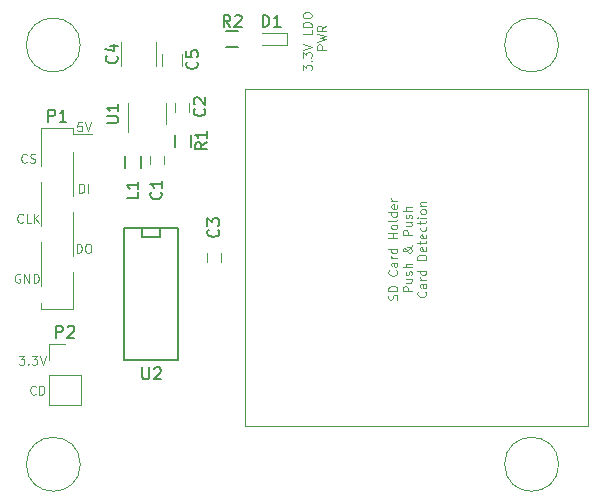
<source format=gto>
G04 #@! TF.FileFunction,Legend,Top*
%FSLAX46Y46*%
G04 Gerber Fmt 4.6, Leading zero omitted, Abs format (unit mm)*
G04 Created by KiCad (PCBNEW 4.0.5) date 04/10/17 16:46:25*
%MOMM*%
%LPD*%
G01*
G04 APERTURE LIST*
%ADD10C,0.100000*%
%ADD11C,0.120000*%
%ADD12C,0.080000*%
%ADD13C,0.150000*%
G04 APERTURE END LIST*
D10*
X110840857Y-107053786D02*
X111305143Y-107053786D01*
X111055143Y-107339500D01*
X111162285Y-107339500D01*
X111233714Y-107375214D01*
X111269428Y-107410929D01*
X111305143Y-107482357D01*
X111305143Y-107660929D01*
X111269428Y-107732357D01*
X111233714Y-107768071D01*
X111162285Y-107803786D01*
X110948000Y-107803786D01*
X110876571Y-107768071D01*
X110840857Y-107732357D01*
X111626571Y-107732357D02*
X111662286Y-107768071D01*
X111626571Y-107803786D01*
X111590857Y-107768071D01*
X111626571Y-107732357D01*
X111626571Y-107803786D01*
X111912286Y-107053786D02*
X112376572Y-107053786D01*
X112126572Y-107339500D01*
X112233714Y-107339500D01*
X112305143Y-107375214D01*
X112340857Y-107410929D01*
X112376572Y-107482357D01*
X112376572Y-107660929D01*
X112340857Y-107732357D01*
X112305143Y-107768071D01*
X112233714Y-107803786D01*
X112019429Y-107803786D01*
X111948000Y-107768071D01*
X111912286Y-107732357D01*
X112590858Y-107053786D02*
X112840858Y-107803786D01*
X113090858Y-107053786D01*
X112249643Y-110272357D02*
X112213929Y-110308071D01*
X112106786Y-110343786D01*
X112035357Y-110343786D01*
X111928214Y-110308071D01*
X111856786Y-110236643D01*
X111821071Y-110165214D01*
X111785357Y-110022357D01*
X111785357Y-109915214D01*
X111821071Y-109772357D01*
X111856786Y-109700929D01*
X111928214Y-109629500D01*
X112035357Y-109593786D01*
X112106786Y-109593786D01*
X112213929Y-109629500D01*
X112249643Y-109665214D01*
X112571071Y-110343786D02*
X112571071Y-109593786D01*
X112749643Y-109593786D01*
X112856786Y-109629500D01*
X112928214Y-109700929D01*
X112963929Y-109772357D01*
X112999643Y-109915214D01*
X112999643Y-110022357D01*
X112963929Y-110165214D01*
X112928214Y-110236643D01*
X112856786Y-110308071D01*
X112749643Y-110343786D01*
X112571071Y-110343786D01*
X110932072Y-100168000D02*
X110860643Y-100132286D01*
X110753500Y-100132286D01*
X110646357Y-100168000D01*
X110574929Y-100239429D01*
X110539214Y-100310857D01*
X110503500Y-100453714D01*
X110503500Y-100560857D01*
X110539214Y-100703714D01*
X110574929Y-100775143D01*
X110646357Y-100846571D01*
X110753500Y-100882286D01*
X110824929Y-100882286D01*
X110932072Y-100846571D01*
X110967786Y-100810857D01*
X110967786Y-100560857D01*
X110824929Y-100560857D01*
X111289214Y-100882286D02*
X111289214Y-100132286D01*
X111717786Y-100882286D01*
X111717786Y-100132286D01*
X112074928Y-100882286D02*
X112074928Y-100132286D01*
X112253500Y-100132286D01*
X112360643Y-100168000D01*
X112432071Y-100239429D01*
X112467786Y-100310857D01*
X112503500Y-100453714D01*
X112503500Y-100560857D01*
X112467786Y-100703714D01*
X112432071Y-100775143D01*
X112360643Y-100846571D01*
X112253500Y-100882286D01*
X112074928Y-100882286D01*
X115740214Y-98342286D02*
X115740214Y-97592286D01*
X115918786Y-97592286D01*
X116025929Y-97628000D01*
X116097357Y-97699429D01*
X116133072Y-97770857D01*
X116168786Y-97913714D01*
X116168786Y-98020857D01*
X116133072Y-98163714D01*
X116097357Y-98235143D01*
X116025929Y-98306571D01*
X115918786Y-98342286D01*
X115740214Y-98342286D01*
X116633072Y-97592286D02*
X116775929Y-97592286D01*
X116847357Y-97628000D01*
X116918786Y-97699429D01*
X116954500Y-97842286D01*
X116954500Y-98092286D01*
X116918786Y-98235143D01*
X116847357Y-98306571D01*
X116775929Y-98342286D01*
X116633072Y-98342286D01*
X116561643Y-98306571D01*
X116490214Y-98235143D01*
X116454500Y-98092286D01*
X116454500Y-97842286D01*
X116490214Y-97699429D01*
X116561643Y-97628000D01*
X116633072Y-97592286D01*
X111184072Y-95730857D02*
X111148358Y-95766571D01*
X111041215Y-95802286D01*
X110969786Y-95802286D01*
X110862643Y-95766571D01*
X110791215Y-95695143D01*
X110755500Y-95623714D01*
X110719786Y-95480857D01*
X110719786Y-95373714D01*
X110755500Y-95230857D01*
X110791215Y-95159429D01*
X110862643Y-95088000D01*
X110969786Y-95052286D01*
X111041215Y-95052286D01*
X111148358Y-95088000D01*
X111184072Y-95123714D01*
X111862643Y-95802286D02*
X111505500Y-95802286D01*
X111505500Y-95052286D01*
X112112643Y-95802286D02*
X112112643Y-95052286D01*
X112541215Y-95802286D02*
X112219786Y-95373714D01*
X112541215Y-95052286D02*
X112112643Y-95480857D01*
X115954500Y-93262286D02*
X115954500Y-92512286D01*
X116133072Y-92512286D01*
X116240215Y-92548000D01*
X116311643Y-92619429D01*
X116347358Y-92690857D01*
X116383072Y-92833714D01*
X116383072Y-92940857D01*
X116347358Y-93083714D01*
X116311643Y-93155143D01*
X116240215Y-93226571D01*
X116133072Y-93262286D01*
X115954500Y-93262286D01*
X116704500Y-93262286D02*
X116704500Y-92512286D01*
X111505500Y-90650857D02*
X111469786Y-90686571D01*
X111362643Y-90722286D01*
X111291214Y-90722286D01*
X111184071Y-90686571D01*
X111112643Y-90615143D01*
X111076928Y-90543714D01*
X111041214Y-90400857D01*
X111041214Y-90293714D01*
X111076928Y-90150857D01*
X111112643Y-90079429D01*
X111184071Y-90008000D01*
X111291214Y-89972286D01*
X111362643Y-89972286D01*
X111469786Y-90008000D01*
X111505500Y-90043714D01*
X111791214Y-90686571D02*
X111898357Y-90722286D01*
X112076928Y-90722286D01*
X112148357Y-90686571D01*
X112184071Y-90650857D01*
X112219786Y-90579429D01*
X112219786Y-90508000D01*
X112184071Y-90436571D01*
X112148357Y-90400857D01*
X112076928Y-90365143D01*
X111934071Y-90329429D01*
X111862643Y-90293714D01*
X111826928Y-90258000D01*
X111791214Y-90186571D01*
X111791214Y-90115143D01*
X111826928Y-90043714D01*
X111862643Y-90008000D01*
X111934071Y-89972286D01*
X112112643Y-89972286D01*
X112219786Y-90008000D01*
X116186643Y-87305286D02*
X115829500Y-87305286D01*
X115793786Y-87662429D01*
X115829500Y-87626714D01*
X115900929Y-87591000D01*
X116079500Y-87591000D01*
X116150929Y-87626714D01*
X116186643Y-87662429D01*
X116222358Y-87733857D01*
X116222358Y-87912429D01*
X116186643Y-87983857D01*
X116150929Y-88019571D01*
X116079500Y-88055286D01*
X115900929Y-88055286D01*
X115829500Y-88019571D01*
X115793786Y-87983857D01*
X116436644Y-87305286D02*
X116686644Y-88055286D01*
X116936644Y-87305286D01*
X142842571Y-102311857D02*
X142878286Y-102204714D01*
X142878286Y-102026143D01*
X142842571Y-101954714D01*
X142806857Y-101919000D01*
X142735429Y-101883285D01*
X142664000Y-101883285D01*
X142592571Y-101919000D01*
X142556857Y-101954714D01*
X142521143Y-102026143D01*
X142485429Y-102169000D01*
X142449714Y-102240428D01*
X142414000Y-102276143D01*
X142342571Y-102311857D01*
X142271143Y-102311857D01*
X142199714Y-102276143D01*
X142164000Y-102240428D01*
X142128286Y-102169000D01*
X142128286Y-101990428D01*
X142164000Y-101883285D01*
X142878286Y-101561857D02*
X142128286Y-101561857D01*
X142128286Y-101383285D01*
X142164000Y-101276142D01*
X142235429Y-101204714D01*
X142306857Y-101168999D01*
X142449714Y-101133285D01*
X142556857Y-101133285D01*
X142699714Y-101168999D01*
X142771143Y-101204714D01*
X142842571Y-101276142D01*
X142878286Y-101383285D01*
X142878286Y-101561857D01*
X142806857Y-99811856D02*
X142842571Y-99847570D01*
X142878286Y-99954713D01*
X142878286Y-100026142D01*
X142842571Y-100133285D01*
X142771143Y-100204713D01*
X142699714Y-100240428D01*
X142556857Y-100276142D01*
X142449714Y-100276142D01*
X142306857Y-100240428D01*
X142235429Y-100204713D01*
X142164000Y-100133285D01*
X142128286Y-100026142D01*
X142128286Y-99954713D01*
X142164000Y-99847570D01*
X142199714Y-99811856D01*
X142878286Y-99168999D02*
X142485429Y-99168999D01*
X142414000Y-99204713D01*
X142378286Y-99276142D01*
X142378286Y-99418999D01*
X142414000Y-99490428D01*
X142842571Y-99168999D02*
X142878286Y-99240428D01*
X142878286Y-99418999D01*
X142842571Y-99490428D01*
X142771143Y-99526142D01*
X142699714Y-99526142D01*
X142628286Y-99490428D01*
X142592571Y-99418999D01*
X142592571Y-99240428D01*
X142556857Y-99168999D01*
X142878286Y-98811857D02*
X142378286Y-98811857D01*
X142521143Y-98811857D02*
X142449714Y-98776142D01*
X142414000Y-98740428D01*
X142378286Y-98668999D01*
X142378286Y-98597571D01*
X142878286Y-98026142D02*
X142128286Y-98026142D01*
X142842571Y-98026142D02*
X142878286Y-98097571D01*
X142878286Y-98240428D01*
X142842571Y-98311856D01*
X142806857Y-98347571D01*
X142735429Y-98383285D01*
X142521143Y-98383285D01*
X142449714Y-98347571D01*
X142414000Y-98311856D01*
X142378286Y-98240428D01*
X142378286Y-98097571D01*
X142414000Y-98026142D01*
X142878286Y-97097571D02*
X142128286Y-97097571D01*
X142485429Y-97097571D02*
X142485429Y-96668999D01*
X142878286Y-96668999D02*
X142128286Y-96668999D01*
X142878286Y-96204714D02*
X142842571Y-96276142D01*
X142806857Y-96311857D01*
X142735429Y-96347571D01*
X142521143Y-96347571D01*
X142449714Y-96311857D01*
X142414000Y-96276142D01*
X142378286Y-96204714D01*
X142378286Y-96097571D01*
X142414000Y-96026142D01*
X142449714Y-95990428D01*
X142521143Y-95954714D01*
X142735429Y-95954714D01*
X142806857Y-95990428D01*
X142842571Y-96026142D01*
X142878286Y-96097571D01*
X142878286Y-96204714D01*
X142878286Y-95526143D02*
X142842571Y-95597571D01*
X142771143Y-95633286D01*
X142128286Y-95633286D01*
X142878286Y-94919000D02*
X142128286Y-94919000D01*
X142842571Y-94919000D02*
X142878286Y-94990429D01*
X142878286Y-95133286D01*
X142842571Y-95204714D01*
X142806857Y-95240429D01*
X142735429Y-95276143D01*
X142521143Y-95276143D01*
X142449714Y-95240429D01*
X142414000Y-95204714D01*
X142378286Y-95133286D01*
X142378286Y-94990429D01*
X142414000Y-94919000D01*
X142842571Y-94276143D02*
X142878286Y-94347572D01*
X142878286Y-94490429D01*
X142842571Y-94561858D01*
X142771143Y-94597572D01*
X142485429Y-94597572D01*
X142414000Y-94561858D01*
X142378286Y-94490429D01*
X142378286Y-94347572D01*
X142414000Y-94276143D01*
X142485429Y-94240429D01*
X142556857Y-94240429D01*
X142628286Y-94597572D01*
X142878286Y-93919001D02*
X142378286Y-93919001D01*
X142521143Y-93919001D02*
X142449714Y-93883286D01*
X142414000Y-93847572D01*
X142378286Y-93776143D01*
X142378286Y-93704715D01*
X144103286Y-101615428D02*
X143353286Y-101615428D01*
X143353286Y-101329713D01*
X143389000Y-101258285D01*
X143424714Y-101222570D01*
X143496143Y-101186856D01*
X143603286Y-101186856D01*
X143674714Y-101222570D01*
X143710429Y-101258285D01*
X143746143Y-101329713D01*
X143746143Y-101615428D01*
X143603286Y-100543999D02*
X144103286Y-100543999D01*
X143603286Y-100865428D02*
X143996143Y-100865428D01*
X144067571Y-100829713D01*
X144103286Y-100758285D01*
X144103286Y-100651142D01*
X144067571Y-100579713D01*
X144031857Y-100543999D01*
X144067571Y-100222571D02*
X144103286Y-100151142D01*
X144103286Y-100008285D01*
X144067571Y-99936857D01*
X143996143Y-99901142D01*
X143960429Y-99901142D01*
X143889000Y-99936857D01*
X143853286Y-100008285D01*
X143853286Y-100115428D01*
X143817571Y-100186857D01*
X143746143Y-100222571D01*
X143710429Y-100222571D01*
X143639000Y-100186857D01*
X143603286Y-100115428D01*
X143603286Y-100008285D01*
X143639000Y-99936857D01*
X144103286Y-99579714D02*
X143353286Y-99579714D01*
X144103286Y-99258285D02*
X143710429Y-99258285D01*
X143639000Y-99293999D01*
X143603286Y-99365428D01*
X143603286Y-99472571D01*
X143639000Y-99543999D01*
X143674714Y-99579714D01*
X144103286Y-97722571D02*
X144103286Y-97758285D01*
X144067571Y-97829714D01*
X143960429Y-97936856D01*
X143746143Y-98115428D01*
X143639000Y-98186856D01*
X143531857Y-98222571D01*
X143460429Y-98222571D01*
X143389000Y-98186856D01*
X143353286Y-98115428D01*
X143353286Y-98079714D01*
X143389000Y-98008285D01*
X143460429Y-97972571D01*
X143496143Y-97972571D01*
X143567571Y-98008285D01*
X143603286Y-98043999D01*
X143746143Y-98258285D01*
X143781857Y-98293999D01*
X143853286Y-98329714D01*
X143960429Y-98329714D01*
X144031857Y-98293999D01*
X144067571Y-98258285D01*
X144103286Y-98186856D01*
X144103286Y-98079714D01*
X144067571Y-98008285D01*
X144031857Y-97972571D01*
X143889000Y-97865428D01*
X143781857Y-97829714D01*
X143710429Y-97829714D01*
X144103286Y-96829714D02*
X143353286Y-96829714D01*
X143353286Y-96543999D01*
X143389000Y-96472571D01*
X143424714Y-96436856D01*
X143496143Y-96401142D01*
X143603286Y-96401142D01*
X143674714Y-96436856D01*
X143710429Y-96472571D01*
X143746143Y-96543999D01*
X143746143Y-96829714D01*
X143603286Y-95758285D02*
X144103286Y-95758285D01*
X143603286Y-96079714D02*
X143996143Y-96079714D01*
X144067571Y-96043999D01*
X144103286Y-95972571D01*
X144103286Y-95865428D01*
X144067571Y-95793999D01*
X144031857Y-95758285D01*
X144067571Y-95436857D02*
X144103286Y-95365428D01*
X144103286Y-95222571D01*
X144067571Y-95151143D01*
X143996143Y-95115428D01*
X143960429Y-95115428D01*
X143889000Y-95151143D01*
X143853286Y-95222571D01*
X143853286Y-95329714D01*
X143817571Y-95401143D01*
X143746143Y-95436857D01*
X143710429Y-95436857D01*
X143639000Y-95401143D01*
X143603286Y-95329714D01*
X143603286Y-95222571D01*
X143639000Y-95151143D01*
X144103286Y-94794000D02*
X143353286Y-94794000D01*
X144103286Y-94472571D02*
X143710429Y-94472571D01*
X143639000Y-94508285D01*
X143603286Y-94579714D01*
X143603286Y-94686857D01*
X143639000Y-94758285D01*
X143674714Y-94794000D01*
X145256857Y-101633284D02*
X145292571Y-101668998D01*
X145328286Y-101776141D01*
X145328286Y-101847570D01*
X145292571Y-101954713D01*
X145221143Y-102026141D01*
X145149714Y-102061856D01*
X145006857Y-102097570D01*
X144899714Y-102097570D01*
X144756857Y-102061856D01*
X144685429Y-102026141D01*
X144614000Y-101954713D01*
X144578286Y-101847570D01*
X144578286Y-101776141D01*
X144614000Y-101668998D01*
X144649714Y-101633284D01*
X145328286Y-100990427D02*
X144935429Y-100990427D01*
X144864000Y-101026141D01*
X144828286Y-101097570D01*
X144828286Y-101240427D01*
X144864000Y-101311856D01*
X145292571Y-100990427D02*
X145328286Y-101061856D01*
X145328286Y-101240427D01*
X145292571Y-101311856D01*
X145221143Y-101347570D01*
X145149714Y-101347570D01*
X145078286Y-101311856D01*
X145042571Y-101240427D01*
X145042571Y-101061856D01*
X145006857Y-100990427D01*
X145328286Y-100633285D02*
X144828286Y-100633285D01*
X144971143Y-100633285D02*
X144899714Y-100597570D01*
X144864000Y-100561856D01*
X144828286Y-100490427D01*
X144828286Y-100418999D01*
X145328286Y-99847570D02*
X144578286Y-99847570D01*
X145292571Y-99847570D02*
X145328286Y-99918999D01*
X145328286Y-100061856D01*
X145292571Y-100133284D01*
X145256857Y-100168999D01*
X145185429Y-100204713D01*
X144971143Y-100204713D01*
X144899714Y-100168999D01*
X144864000Y-100133284D01*
X144828286Y-100061856D01*
X144828286Y-99918999D01*
X144864000Y-99847570D01*
X145328286Y-98918999D02*
X144578286Y-98918999D01*
X144578286Y-98740427D01*
X144614000Y-98633284D01*
X144685429Y-98561856D01*
X144756857Y-98526141D01*
X144899714Y-98490427D01*
X145006857Y-98490427D01*
X145149714Y-98526141D01*
X145221143Y-98561856D01*
X145292571Y-98633284D01*
X145328286Y-98740427D01*
X145328286Y-98918999D01*
X145292571Y-97883284D02*
X145328286Y-97954713D01*
X145328286Y-98097570D01*
X145292571Y-98168999D01*
X145221143Y-98204713D01*
X144935429Y-98204713D01*
X144864000Y-98168999D01*
X144828286Y-98097570D01*
X144828286Y-97954713D01*
X144864000Y-97883284D01*
X144935429Y-97847570D01*
X145006857Y-97847570D01*
X145078286Y-98204713D01*
X144828286Y-97633284D02*
X144828286Y-97347570D01*
X144578286Y-97526142D02*
X145221143Y-97526142D01*
X145292571Y-97490427D01*
X145328286Y-97418999D01*
X145328286Y-97347570D01*
X145292571Y-96811856D02*
X145328286Y-96883285D01*
X145328286Y-97026142D01*
X145292571Y-97097571D01*
X145221143Y-97133285D01*
X144935429Y-97133285D01*
X144864000Y-97097571D01*
X144828286Y-97026142D01*
X144828286Y-96883285D01*
X144864000Y-96811856D01*
X144935429Y-96776142D01*
X145006857Y-96776142D01*
X145078286Y-97133285D01*
X145292571Y-96133285D02*
X145328286Y-96204714D01*
X145328286Y-96347571D01*
X145292571Y-96418999D01*
X145256857Y-96454714D01*
X145185429Y-96490428D01*
X144971143Y-96490428D01*
X144899714Y-96454714D01*
X144864000Y-96418999D01*
X144828286Y-96347571D01*
X144828286Y-96204714D01*
X144864000Y-96133285D01*
X144828286Y-95918999D02*
X144828286Y-95633285D01*
X144578286Y-95811857D02*
X145221143Y-95811857D01*
X145292571Y-95776142D01*
X145328286Y-95704714D01*
X145328286Y-95633285D01*
X145328286Y-95383286D02*
X144828286Y-95383286D01*
X144578286Y-95383286D02*
X144614000Y-95419000D01*
X144649714Y-95383286D01*
X144614000Y-95347571D01*
X144578286Y-95383286D01*
X144649714Y-95383286D01*
X145328286Y-94919000D02*
X145292571Y-94990428D01*
X145256857Y-95026143D01*
X145185429Y-95061857D01*
X144971143Y-95061857D01*
X144899714Y-95026143D01*
X144864000Y-94990428D01*
X144828286Y-94919000D01*
X144828286Y-94811857D01*
X144864000Y-94740428D01*
X144899714Y-94704714D01*
X144971143Y-94669000D01*
X145185429Y-94669000D01*
X145256857Y-94704714D01*
X145292571Y-94740428D01*
X145328286Y-94811857D01*
X145328286Y-94919000D01*
X144828286Y-94347572D02*
X145328286Y-94347572D01*
X144899714Y-94347572D02*
X144864000Y-94311857D01*
X144828286Y-94240429D01*
X144828286Y-94133286D01*
X144864000Y-94061857D01*
X144935429Y-94026143D01*
X145328286Y-94026143D01*
X134866786Y-82887000D02*
X134866786Y-82422714D01*
X135152500Y-82672714D01*
X135152500Y-82565572D01*
X135188214Y-82494143D01*
X135223929Y-82458429D01*
X135295357Y-82422714D01*
X135473929Y-82422714D01*
X135545357Y-82458429D01*
X135581071Y-82494143D01*
X135616786Y-82565572D01*
X135616786Y-82779857D01*
X135581071Y-82851286D01*
X135545357Y-82887000D01*
X135545357Y-82101286D02*
X135581071Y-82065571D01*
X135616786Y-82101286D01*
X135581071Y-82137000D01*
X135545357Y-82101286D01*
X135616786Y-82101286D01*
X134866786Y-81815571D02*
X134866786Y-81351285D01*
X135152500Y-81601285D01*
X135152500Y-81494143D01*
X135188214Y-81422714D01*
X135223929Y-81387000D01*
X135295357Y-81351285D01*
X135473929Y-81351285D01*
X135545357Y-81387000D01*
X135581071Y-81422714D01*
X135616786Y-81494143D01*
X135616786Y-81708428D01*
X135581071Y-81779857D01*
X135545357Y-81815571D01*
X134866786Y-81136999D02*
X135616786Y-80886999D01*
X134866786Y-80636999D01*
X135616786Y-79458428D02*
X135616786Y-79815571D01*
X134866786Y-79815571D01*
X135616786Y-79208428D02*
X134866786Y-79208428D01*
X134866786Y-79029856D01*
X134902500Y-78922713D01*
X134973929Y-78851285D01*
X135045357Y-78815570D01*
X135188214Y-78779856D01*
X135295357Y-78779856D01*
X135438214Y-78815570D01*
X135509643Y-78851285D01*
X135581071Y-78922713D01*
X135616786Y-79029856D01*
X135616786Y-79208428D01*
X134866786Y-78315570D02*
X134866786Y-78172713D01*
X134902500Y-78101285D01*
X134973929Y-78029856D01*
X135116786Y-77994142D01*
X135366786Y-77994142D01*
X135509643Y-78029856D01*
X135581071Y-78101285D01*
X135616786Y-78172713D01*
X135616786Y-78315570D01*
X135581071Y-78386999D01*
X135509643Y-78458428D01*
X135366786Y-78494142D01*
X135116786Y-78494142D01*
X134973929Y-78458428D01*
X134902500Y-78386999D01*
X134866786Y-78315570D01*
X136841786Y-81137000D02*
X136091786Y-81137000D01*
X136091786Y-80851285D01*
X136127500Y-80779857D01*
X136163214Y-80744142D01*
X136234643Y-80708428D01*
X136341786Y-80708428D01*
X136413214Y-80744142D01*
X136448929Y-80779857D01*
X136484643Y-80851285D01*
X136484643Y-81137000D01*
X136091786Y-80458428D02*
X136841786Y-80279857D01*
X136306071Y-80137000D01*
X136841786Y-79994142D01*
X136091786Y-79815571D01*
X136841786Y-79101285D02*
X136484643Y-79351285D01*
X136841786Y-79529857D02*
X136091786Y-79529857D01*
X136091786Y-79244142D01*
X136127500Y-79172714D01*
X136163214Y-79136999D01*
X136234643Y-79101285D01*
X136341786Y-79101285D01*
X136413214Y-79136999D01*
X136448929Y-79172714D01*
X136484643Y-79244142D01*
X136484643Y-79529857D01*
D11*
X123325000Y-87467000D02*
X123325000Y-85667000D01*
X120105000Y-85667000D02*
X120105000Y-88117000D01*
D12*
X130000000Y-113000000D02*
X130000000Y-84500000D01*
X130000000Y-84500000D02*
X159000000Y-84500000D01*
X159000000Y-84500000D02*
X159000000Y-113000000D01*
X159000000Y-113000000D02*
X130000000Y-113000000D01*
D13*
X122812000Y-96262000D02*
X122812000Y-97024000D01*
X122812000Y-97024000D02*
X121288000Y-97024000D01*
X121288000Y-97024000D02*
X121288000Y-96262000D01*
X124336000Y-107438000D02*
X119764000Y-107438000D01*
X119764000Y-107438000D02*
X119764000Y-96262000D01*
X119764000Y-96262000D02*
X124336000Y-96262000D01*
X124336000Y-96262000D02*
X124336000Y-107438000D01*
D11*
X125250500Y-85692500D02*
X125250500Y-86392500D01*
X124050500Y-86392500D02*
X124050500Y-85692500D01*
X126750000Y-99100000D02*
X126750000Y-98400000D01*
X127950000Y-98400000D02*
X127950000Y-99100000D01*
X133507000Y-80764000D02*
X133507000Y-79764000D01*
X133507000Y-79764000D02*
X131407000Y-79764000D01*
X133507000Y-80764000D02*
X131407000Y-80764000D01*
D13*
X121175000Y-90131000D02*
X121175000Y-91131000D01*
X119825000Y-91131000D02*
X119825000Y-90131000D01*
X124039000Y-89400000D02*
X124039000Y-88400000D01*
X125389000Y-88400000D02*
X125389000Y-89400000D01*
X129405000Y-80939000D02*
X128405000Y-80939000D01*
X128405000Y-79589000D02*
X129405000Y-79589000D01*
D11*
X121900000Y-90850000D02*
X121900000Y-90150000D01*
X123100000Y-90150000D02*
X123100000Y-90850000D01*
X156536000Y-116250000D02*
G75*
G03X156536000Y-116250000I-2286000J0D01*
G01*
X156536000Y-80750000D02*
G75*
G03X156536000Y-80750000I-2286000J0D01*
G01*
X116036000Y-116250000D02*
G75*
G03X116036000Y-116250000I-2286000J0D01*
G01*
X116036000Y-80750000D02*
G75*
G03X116036000Y-80750000I-2286000J0D01*
G01*
X119520000Y-80500000D02*
X119520000Y-82500000D01*
X122480000Y-82500000D02*
X122480000Y-80500000D01*
X122975000Y-81500000D02*
X122975000Y-82500000D01*
X124675000Y-82500000D02*
X124675000Y-81500000D01*
X113412000Y-108671000D02*
X113412000Y-111271000D01*
X113412000Y-111271000D02*
X116072000Y-111271000D01*
X116072000Y-111271000D02*
X116072000Y-108671000D01*
X116072000Y-108671000D02*
X113412000Y-108671000D01*
X113412000Y-107401000D02*
X113412000Y-106071000D01*
X113412000Y-106071000D02*
X114742000Y-106071000D01*
X112737500Y-88313000D02*
X112737500Y-87783000D01*
X112737500Y-87783000D02*
X115397500Y-87783000D01*
X115397500Y-87783000D02*
X115397500Y-88313000D01*
X112737500Y-102613000D02*
X112737500Y-103143000D01*
X112737500Y-103143000D02*
X115397500Y-103143000D01*
X115397500Y-103143000D02*
X115397500Y-102613000D01*
X115397500Y-89793000D02*
X115397500Y-93513000D01*
X115397500Y-94873000D02*
X115397500Y-98593000D01*
X115397500Y-99953000D02*
X115397500Y-103143000D01*
X112737500Y-87783000D02*
X112737500Y-90973000D01*
X115397500Y-88313000D02*
X117067500Y-88313000D01*
X112737500Y-92333000D02*
X112737500Y-96053000D01*
X112737500Y-97413000D02*
X112737500Y-101133000D01*
D13*
X118267381Y-87328905D02*
X119076905Y-87328905D01*
X119172143Y-87281286D01*
X119219762Y-87233667D01*
X119267381Y-87138429D01*
X119267381Y-86947952D01*
X119219762Y-86852714D01*
X119172143Y-86805095D01*
X119076905Y-86757476D01*
X118267381Y-86757476D01*
X119267381Y-85757476D02*
X119267381Y-86328905D01*
X119267381Y-86043191D02*
X118267381Y-86043191D01*
X118410238Y-86138429D01*
X118505476Y-86233667D01*
X118553095Y-86328905D01*
X121288095Y-108052381D02*
X121288095Y-108861905D01*
X121335714Y-108957143D01*
X121383333Y-109004762D01*
X121478571Y-109052381D01*
X121669048Y-109052381D01*
X121764286Y-109004762D01*
X121811905Y-108957143D01*
X121859524Y-108861905D01*
X121859524Y-108052381D01*
X122288095Y-108147619D02*
X122335714Y-108100000D01*
X122430952Y-108052381D01*
X122669048Y-108052381D01*
X122764286Y-108100000D01*
X122811905Y-108147619D01*
X122859524Y-108242857D01*
X122859524Y-108338095D01*
X122811905Y-108480952D01*
X122240476Y-109052381D01*
X122859524Y-109052381D01*
X126531643Y-86145666D02*
X126579262Y-86193285D01*
X126626881Y-86336142D01*
X126626881Y-86431380D01*
X126579262Y-86574238D01*
X126484024Y-86669476D01*
X126388786Y-86717095D01*
X126198310Y-86764714D01*
X126055452Y-86764714D01*
X125864976Y-86717095D01*
X125769738Y-86669476D01*
X125674500Y-86574238D01*
X125626881Y-86431380D01*
X125626881Y-86336142D01*
X125674500Y-86193285D01*
X125722119Y-86145666D01*
X125722119Y-85764714D02*
X125674500Y-85717095D01*
X125626881Y-85621857D01*
X125626881Y-85383761D01*
X125674500Y-85288523D01*
X125722119Y-85240904D01*
X125817357Y-85193285D01*
X125912595Y-85193285D01*
X126055452Y-85240904D01*
X126626881Y-85812333D01*
X126626881Y-85193285D01*
X127707143Y-96376666D02*
X127754762Y-96424285D01*
X127802381Y-96567142D01*
X127802381Y-96662380D01*
X127754762Y-96805238D01*
X127659524Y-96900476D01*
X127564286Y-96948095D01*
X127373810Y-96995714D01*
X127230952Y-96995714D01*
X127040476Y-96948095D01*
X126945238Y-96900476D01*
X126850000Y-96805238D01*
X126802381Y-96662380D01*
X126802381Y-96567142D01*
X126850000Y-96424285D01*
X126897619Y-96376666D01*
X126802381Y-96043333D02*
X126802381Y-95424285D01*
X127183333Y-95757619D01*
X127183333Y-95614761D01*
X127230952Y-95519523D01*
X127278571Y-95471904D01*
X127373810Y-95424285D01*
X127611905Y-95424285D01*
X127707143Y-95471904D01*
X127754762Y-95519523D01*
X127802381Y-95614761D01*
X127802381Y-95900476D01*
X127754762Y-95995714D01*
X127707143Y-96043333D01*
X131468905Y-79216381D02*
X131468905Y-78216381D01*
X131707000Y-78216381D01*
X131849858Y-78264000D01*
X131945096Y-78359238D01*
X131992715Y-78454476D01*
X132040334Y-78644952D01*
X132040334Y-78787810D01*
X131992715Y-78978286D01*
X131945096Y-79073524D01*
X131849858Y-79168762D01*
X131707000Y-79216381D01*
X131468905Y-79216381D01*
X132992715Y-79216381D02*
X132421286Y-79216381D01*
X132707000Y-79216381D02*
X132707000Y-78216381D01*
X132611762Y-78359238D01*
X132516524Y-78454476D01*
X132421286Y-78502095D01*
X120952381Y-93210666D02*
X120952381Y-93686857D01*
X119952381Y-93686857D01*
X120952381Y-92353523D02*
X120952381Y-92924952D01*
X120952381Y-92639238D02*
X119952381Y-92639238D01*
X120095238Y-92734476D01*
X120190476Y-92829714D01*
X120238095Y-92924952D01*
X126753881Y-89003166D02*
X126277690Y-89336500D01*
X126753881Y-89574595D02*
X125753881Y-89574595D01*
X125753881Y-89193642D01*
X125801500Y-89098404D01*
X125849119Y-89050785D01*
X125944357Y-89003166D01*
X126087214Y-89003166D01*
X126182452Y-89050785D01*
X126230071Y-89098404D01*
X126277690Y-89193642D01*
X126277690Y-89574595D01*
X126753881Y-88050785D02*
X126753881Y-88622214D01*
X126753881Y-88336500D02*
X125753881Y-88336500D01*
X125896738Y-88431738D01*
X125991976Y-88526976D01*
X126039595Y-88622214D01*
X128738334Y-79216381D02*
X128405000Y-78740190D01*
X128166905Y-79216381D02*
X128166905Y-78216381D01*
X128547858Y-78216381D01*
X128643096Y-78264000D01*
X128690715Y-78311619D01*
X128738334Y-78406857D01*
X128738334Y-78549714D01*
X128690715Y-78644952D01*
X128643096Y-78692571D01*
X128547858Y-78740190D01*
X128166905Y-78740190D01*
X129119286Y-78311619D02*
X129166905Y-78264000D01*
X129262143Y-78216381D01*
X129500239Y-78216381D01*
X129595477Y-78264000D01*
X129643096Y-78311619D01*
X129690715Y-78406857D01*
X129690715Y-78502095D01*
X129643096Y-78644952D01*
X129071667Y-79216381D01*
X129690715Y-79216381D01*
X122857143Y-93206666D02*
X122904762Y-93254285D01*
X122952381Y-93397142D01*
X122952381Y-93492380D01*
X122904762Y-93635238D01*
X122809524Y-93730476D01*
X122714286Y-93778095D01*
X122523810Y-93825714D01*
X122380952Y-93825714D01*
X122190476Y-93778095D01*
X122095238Y-93730476D01*
X122000000Y-93635238D01*
X121952381Y-93492380D01*
X121952381Y-93397142D01*
X122000000Y-93254285D01*
X122047619Y-93206666D01*
X122952381Y-92254285D02*
X122952381Y-92825714D01*
X122952381Y-92540000D02*
X121952381Y-92540000D01*
X122095238Y-92635238D01*
X122190476Y-92730476D01*
X122238095Y-92825714D01*
X119107143Y-81666666D02*
X119154762Y-81714285D01*
X119202381Y-81857142D01*
X119202381Y-81952380D01*
X119154762Y-82095238D01*
X119059524Y-82190476D01*
X118964286Y-82238095D01*
X118773810Y-82285714D01*
X118630952Y-82285714D01*
X118440476Y-82238095D01*
X118345238Y-82190476D01*
X118250000Y-82095238D01*
X118202381Y-81952380D01*
X118202381Y-81857142D01*
X118250000Y-81714285D01*
X118297619Y-81666666D01*
X118535714Y-80809523D02*
X119202381Y-80809523D01*
X118154762Y-81047619D02*
X118869048Y-81285714D01*
X118869048Y-80666666D01*
X125896643Y-82166666D02*
X125944262Y-82214285D01*
X125991881Y-82357142D01*
X125991881Y-82452380D01*
X125944262Y-82595238D01*
X125849024Y-82690476D01*
X125753786Y-82738095D01*
X125563310Y-82785714D01*
X125420452Y-82785714D01*
X125229976Y-82738095D01*
X125134738Y-82690476D01*
X125039500Y-82595238D01*
X124991881Y-82452380D01*
X124991881Y-82357142D01*
X125039500Y-82214285D01*
X125087119Y-82166666D01*
X124991881Y-81261904D02*
X124991881Y-81738095D01*
X125468071Y-81785714D01*
X125420452Y-81738095D01*
X125372833Y-81642857D01*
X125372833Y-81404761D01*
X125420452Y-81309523D01*
X125468071Y-81261904D01*
X125563310Y-81214285D01*
X125801405Y-81214285D01*
X125896643Y-81261904D01*
X125944262Y-81309523D01*
X125991881Y-81404761D01*
X125991881Y-81642857D01*
X125944262Y-81738095D01*
X125896643Y-81785714D01*
X114003905Y-105523381D02*
X114003905Y-104523381D01*
X114384858Y-104523381D01*
X114480096Y-104571000D01*
X114527715Y-104618619D01*
X114575334Y-104713857D01*
X114575334Y-104856714D01*
X114527715Y-104951952D01*
X114480096Y-104999571D01*
X114384858Y-105047190D01*
X114003905Y-105047190D01*
X114956286Y-104618619D02*
X115003905Y-104571000D01*
X115099143Y-104523381D01*
X115337239Y-104523381D01*
X115432477Y-104571000D01*
X115480096Y-104618619D01*
X115527715Y-104713857D01*
X115527715Y-104809095D01*
X115480096Y-104951952D01*
X114908667Y-105523381D01*
X115527715Y-105523381D01*
X113329405Y-87235381D02*
X113329405Y-86235381D01*
X113710358Y-86235381D01*
X113805596Y-86283000D01*
X113853215Y-86330619D01*
X113900834Y-86425857D01*
X113900834Y-86568714D01*
X113853215Y-86663952D01*
X113805596Y-86711571D01*
X113710358Y-86759190D01*
X113329405Y-86759190D01*
X114853215Y-87235381D02*
X114281786Y-87235381D01*
X114567500Y-87235381D02*
X114567500Y-86235381D01*
X114472262Y-86378238D01*
X114377024Y-86473476D01*
X114281786Y-86521095D01*
M02*

</source>
